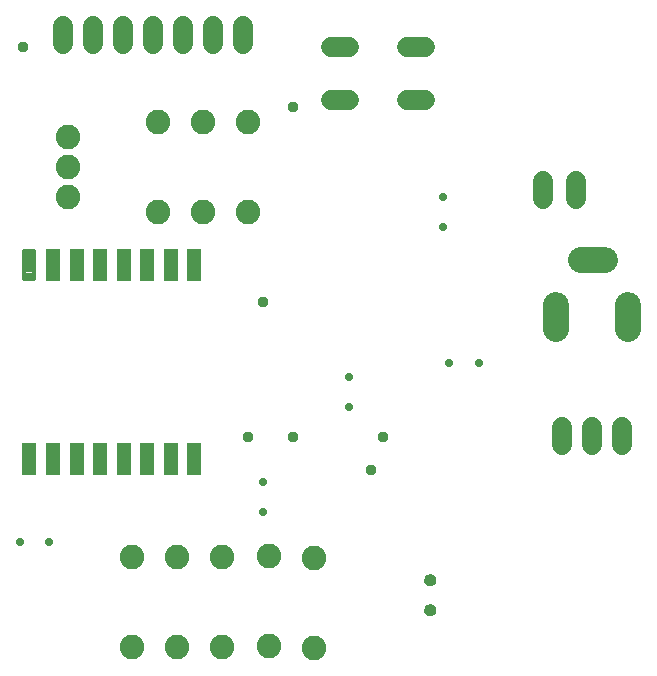
<source format=gbr>
G04 EAGLE Gerber RS-274X export*
G75*
%MOMM*%
%FSLAX34Y34*%
%LPD*%
%INSoldermask Top*%
%IPPOS*%
%AMOC8*
5,1,8,0,0,1.08239X$1,22.5*%
G01*
%ADD10C,2.203200*%
%ADD11C,1.727200*%
%ADD12C,0.372991*%
%ADD13R,1.203200X2.703200*%
%ADD14C,2.082800*%
%ADD15C,0.711200*%
%ADD16C,0.959600*%

G36*
X370503Y64093D02*
X370503Y64093D01*
X370594Y64092D01*
X371558Y64223D01*
X371606Y64238D01*
X371696Y64258D01*
X372606Y64600D01*
X372650Y64626D01*
X372733Y64665D01*
X373544Y65202D01*
X373581Y65236D01*
X373653Y65293D01*
X374325Y65997D01*
X374353Y66039D01*
X374411Y66110D01*
X374909Y66945D01*
X374910Y66949D01*
X374912Y66951D01*
X374918Y66970D01*
X374927Y66993D01*
X374968Y67075D01*
X375267Y68000D01*
X375274Y68051D01*
X375296Y68140D01*
X375382Y69109D01*
X375378Y69156D01*
X375381Y69231D01*
X375280Y70206D01*
X375266Y70255D01*
X375249Y70345D01*
X374933Y71274D01*
X374909Y71318D01*
X374873Y71403D01*
X374358Y72238D01*
X374324Y72275D01*
X374270Y72350D01*
X373582Y73049D01*
X373541Y73079D01*
X373472Y73139D01*
X372646Y73668D01*
X372599Y73687D01*
X372518Y73731D01*
X371595Y74063D01*
X371545Y74071D01*
X371457Y74095D01*
X370482Y74214D01*
X370433Y74211D01*
X370346Y74215D01*
X369344Y74120D01*
X369295Y74106D01*
X369205Y74090D01*
X368249Y73774D01*
X368205Y73750D01*
X368120Y73714D01*
X367259Y73193D01*
X367221Y73160D01*
X367146Y73107D01*
X366422Y72407D01*
X366393Y72366D01*
X366332Y72297D01*
X365782Y71454D01*
X365762Y71408D01*
X365718Y71327D01*
X365370Y70383D01*
X365361Y70333D01*
X365336Y70245D01*
X365206Y69247D01*
X365208Y69204D01*
X365207Y69078D01*
X365347Y68067D01*
X365362Y68019D01*
X365382Y67929D01*
X365743Y66974D01*
X365769Y66931D01*
X365808Y66847D01*
X366372Y65997D01*
X366407Y65960D01*
X366464Y65888D01*
X367204Y65184D01*
X367246Y65156D01*
X367317Y65098D01*
X368195Y64577D01*
X368242Y64559D01*
X368324Y64518D01*
X369296Y64205D01*
X369346Y64198D01*
X369436Y64177D01*
X370453Y64088D01*
X370503Y64093D01*
G37*
G36*
X370503Y89493D02*
X370503Y89493D01*
X370594Y89492D01*
X371558Y89623D01*
X371606Y89638D01*
X371696Y89658D01*
X372606Y90000D01*
X372650Y90026D01*
X372733Y90065D01*
X373544Y90602D01*
X373581Y90636D01*
X373653Y90693D01*
X374325Y91397D01*
X374353Y91439D01*
X374411Y91510D01*
X374909Y92345D01*
X374910Y92349D01*
X374912Y92351D01*
X374918Y92371D01*
X374927Y92393D01*
X374968Y92475D01*
X375267Y93400D01*
X375274Y93451D01*
X375296Y93540D01*
X375382Y94509D01*
X375378Y94556D01*
X375381Y94631D01*
X375280Y95606D01*
X375266Y95655D01*
X375249Y95745D01*
X374933Y96674D01*
X374909Y96718D01*
X374873Y96803D01*
X374358Y97638D01*
X374324Y97675D01*
X374270Y97750D01*
X373582Y98449D01*
X373541Y98479D01*
X373472Y98539D01*
X372646Y99068D01*
X372599Y99087D01*
X372518Y99131D01*
X371595Y99463D01*
X371545Y99471D01*
X371457Y99495D01*
X370482Y99614D01*
X370433Y99611D01*
X370346Y99615D01*
X369344Y99520D01*
X369295Y99506D01*
X369205Y99490D01*
X368249Y99174D01*
X368205Y99150D01*
X368120Y99114D01*
X367259Y98593D01*
X367221Y98560D01*
X367146Y98507D01*
X366422Y97807D01*
X366393Y97766D01*
X366332Y97697D01*
X365782Y96854D01*
X365762Y96808D01*
X365718Y96727D01*
X365370Y95783D01*
X365361Y95733D01*
X365336Y95645D01*
X365206Y94647D01*
X365208Y94604D01*
X365207Y94478D01*
X365347Y93467D01*
X365362Y93419D01*
X365382Y93329D01*
X365743Y92374D01*
X365769Y92331D01*
X365808Y92247D01*
X366372Y91397D01*
X366407Y91360D01*
X366464Y91288D01*
X367204Y90584D01*
X367246Y90556D01*
X367317Y90498D01*
X368195Y89977D01*
X368242Y89959D01*
X368324Y89918D01*
X369296Y89605D01*
X369346Y89598D01*
X369436Y89577D01*
X370453Y89488D01*
X370503Y89493D01*
G37*
D10*
X477000Y327500D02*
X477000Y307500D01*
X538000Y307500D02*
X538000Y327500D01*
X518000Y365500D02*
X498000Y365500D01*
D11*
X366332Y546106D02*
X351092Y546106D01*
X351092Y500894D02*
X366332Y500894D01*
X301308Y546106D02*
X286068Y546106D01*
X286068Y500894D02*
X301308Y500894D01*
X212100Y548480D02*
X212100Y563720D01*
X186700Y563720D02*
X186700Y548480D01*
X161300Y548480D02*
X161300Y563720D01*
X135900Y563720D02*
X135900Y548480D01*
X110500Y548480D02*
X110500Y563720D01*
X85100Y563720D02*
X85100Y548480D01*
X59700Y548480D02*
X59700Y563720D01*
X532400Y223920D02*
X532400Y208680D01*
X507000Y208680D02*
X507000Y223920D01*
X481600Y223920D02*
X481600Y208680D01*
D12*
X35051Y349749D02*
X35051Y373051D01*
X35051Y349749D02*
X26749Y349749D01*
X26749Y373051D01*
X35051Y373051D01*
X35051Y353292D02*
X26749Y353292D01*
X26749Y356835D02*
X35051Y356835D01*
X35051Y360378D02*
X26749Y360378D01*
X26749Y363921D02*
X35051Y363921D01*
X35051Y367464D02*
X26749Y367464D01*
X26749Y371007D02*
X35051Y371007D01*
D13*
X50900Y361400D03*
X70900Y361400D03*
X90900Y361400D03*
X110900Y361400D03*
X130900Y361400D03*
X150900Y361400D03*
X30900Y197400D03*
X50900Y197400D03*
X70900Y197400D03*
X90900Y197400D03*
X110900Y197400D03*
X130900Y197400D03*
X150900Y197400D03*
X169950Y197400D03*
X169950Y361400D03*
D14*
X117800Y38100D03*
X117800Y114300D03*
X155900Y114300D03*
X155900Y38100D03*
X139700Y482600D03*
X139700Y406400D03*
X177800Y482600D03*
X177800Y406400D03*
X215900Y482600D03*
X215900Y406400D03*
X194000Y114300D03*
X194000Y38100D03*
X233570Y39041D03*
X233570Y115241D03*
D15*
X386634Y278229D03*
X411634Y278229D03*
X381000Y393900D03*
X381000Y418900D03*
X301300Y241500D03*
X301300Y266500D03*
X228600Y152600D03*
X228600Y177600D03*
X47900Y127000D03*
X22900Y127000D03*
D14*
X63500Y469900D03*
X63500Y444500D03*
X63500Y419100D03*
D11*
X465930Y416880D02*
X465930Y432120D01*
X493870Y432120D02*
X493870Y416880D01*
D14*
X272055Y113612D03*
X272055Y37412D03*
D16*
X228600Y330200D03*
X215900Y215900D03*
X254000Y215900D03*
X330200Y215900D03*
X25400Y546100D03*
X254000Y495300D03*
X320040Y187960D03*
M02*

</source>
